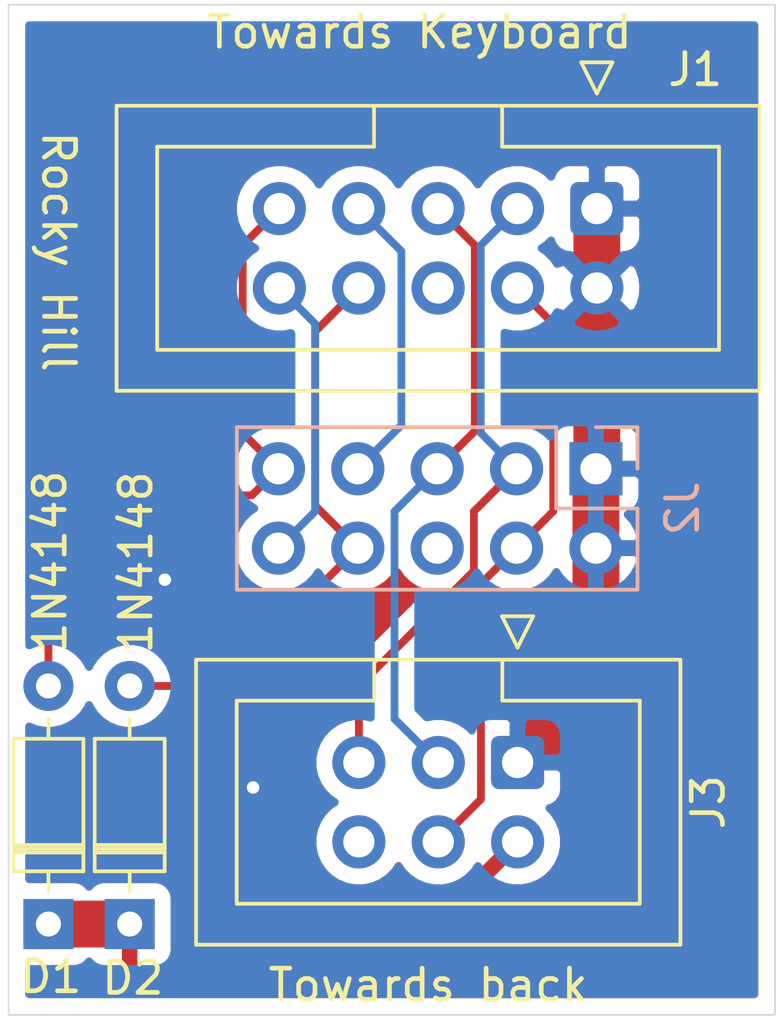
<source format=kicad_pcb>
(kicad_pcb (version 20171130) (host pcbnew 5.1.5+dfsg1-2build2)

  (general
    (thickness 1.6)
    (drawings 7)
    (tracks 60)
    (zones 0)
    (modules 5)
    (nets 10)
  )

  (page USLetter)
  (layers
    (0 F.Cu signal)
    (31 B.Cu signal)
    (32 B.Adhes user)
    (33 F.Adhes user)
    (34 B.Paste user)
    (35 F.Paste user)
    (36 B.SilkS user)
    (37 F.SilkS user)
    (38 B.Mask user)
    (39 F.Mask user)
    (40 Dwgs.User user)
    (41 Cmts.User user)
    (42 Eco1.User user)
    (43 Eco2.User user)
    (44 Edge.Cuts user)
    (45 Margin user)
    (46 B.CrtYd user)
    (47 F.CrtYd user)
    (48 B.Fab user)
    (49 F.Fab user)
  )

  (setup
    (last_trace_width 0.25)
    (user_trace_width 0.5)
    (user_trace_width 1.5)
    (trace_clearance 0.2)
    (zone_clearance 0.508)
    (zone_45_only no)
    (trace_min 0.2)
    (via_size 0.8)
    (via_drill 0.4)
    (via_min_size 0.4)
    (via_min_drill 0.3)
    (uvia_size 0.3)
    (uvia_drill 0.1)
    (uvias_allowed no)
    (uvia_min_size 0.2)
    (uvia_min_drill 0.1)
    (edge_width 0.05)
    (segment_width 0.2)
    (pcb_text_width 0.3)
    (pcb_text_size 1.5 1.5)
    (mod_edge_width 0.12)
    (mod_text_size 1 1)
    (mod_text_width 0.15)
    (pad_size 1.524 1.524)
    (pad_drill 0.762)
    (pad_to_mask_clearance 0.051)
    (solder_mask_min_width 0.25)
    (aux_axis_origin 0 0)
    (visible_elements FFFFFF7F)
    (pcbplotparams
      (layerselection 0x010fc_ffffffff)
      (usegerberextensions false)
      (usegerberattributes false)
      (usegerberadvancedattributes false)
      (creategerberjobfile false)
      (excludeedgelayer true)
      (linewidth 0.100000)
      (plotframeref false)
      (viasonmask false)
      (mode 1)
      (useauxorigin false)
      (hpglpennumber 1)
      (hpglpenspeed 20)
      (hpglpendiameter 15.000000)
      (psnegative false)
      (psa4output false)
      (plotreference true)
      (plotvalue true)
      (plotinvisibletext false)
      (padsonsilk false)
      (subtractmaskfromsilk false)
      (outputformat 1)
      (mirror false)
      (drillshape 0)
      (scaleselection 1)
      (outputdirectory "gerber/"))
  )

  (net 0 "")
  (net 1 /VSYNC)
  (net 2 /ASYNC)
  (net 3 /HSYNC)
  (net 4 GND)
  (net 5 /RED)
  (net 6 /BLUE)
  (net 7 /SOUND)
  (net 8 /GREEN)
  (net 9 /RGB_OUT_10)

  (net_class Default "This is the default net class."
    (clearance 0.2)
    (trace_width 0.25)
    (via_dia 0.8)
    (via_drill 0.4)
    (uvia_dia 0.3)
    (uvia_drill 0.1)
    (add_net /ASYNC)
    (add_net /BLUE)
    (add_net /GREEN)
    (add_net /HSYNC)
    (add_net /RED)
    (add_net /RGB_OUT_10)
    (add_net /SOUND)
    (add_net /VSYNC)
    (add_net GND)
  )

  (module Diode_THT:D_DO-35_SOD27_P7.62mm_Horizontal (layer F.Cu) (tedit 5AE50CD5) (tstamp 622E7323)
    (at 123.35 145.32 90)
    (descr "Diode, DO-35_SOD27 series, Axial, Horizontal, pin pitch=7.62mm, , length*diameter=4*2mm^2, , http://www.diodes.com/_files/packages/DO-35.pdf")
    (tags "Diode DO-35_SOD27 series Axial Horizontal pin pitch 7.62mm  length 4mm diameter 2mm")
    (path /623009A4)
    (fp_text reference D1 (at -1.68 0.075 180) (layer F.SilkS)
      (effects (font (size 1 1) (thickness 0.15)))
    )
    (fp_text value 1N4148 (at 11.6 0.05 90) (layer F.SilkS)
      (effects (font (size 1 1) (thickness 0.15)))
    )
    (fp_text user K (at 0 -1.8 90) (layer F.SilkS) hide
      (effects (font (size 1 1) (thickness 0.15)))
    )
    (fp_text user %R (at 4.11 0 90) (layer F.Fab)
      (effects (font (size 0.8 0.8) (thickness 0.12)))
    )
    (fp_line (start 8.67 -1.25) (end -1.05 -1.25) (layer F.CrtYd) (width 0.05))
    (fp_line (start 8.67 1.25) (end 8.67 -1.25) (layer F.CrtYd) (width 0.05))
    (fp_line (start -1.05 1.25) (end 8.67 1.25) (layer F.CrtYd) (width 0.05))
    (fp_line (start -1.05 -1.25) (end -1.05 1.25) (layer F.CrtYd) (width 0.05))
    (fp_line (start 2.29 -1.12) (end 2.29 1.12) (layer F.SilkS) (width 0.12))
    (fp_line (start 2.53 -1.12) (end 2.53 1.12) (layer F.SilkS) (width 0.12))
    (fp_line (start 2.41 -1.12) (end 2.41 1.12) (layer F.SilkS) (width 0.12))
    (fp_line (start 6.58 0) (end 5.93 0) (layer F.SilkS) (width 0.12))
    (fp_line (start 1.04 0) (end 1.69 0) (layer F.SilkS) (width 0.12))
    (fp_line (start 5.93 -1.12) (end 1.69 -1.12) (layer F.SilkS) (width 0.12))
    (fp_line (start 5.93 1.12) (end 5.93 -1.12) (layer F.SilkS) (width 0.12))
    (fp_line (start 1.69 1.12) (end 5.93 1.12) (layer F.SilkS) (width 0.12))
    (fp_line (start 1.69 -1.12) (end 1.69 1.12) (layer F.SilkS) (width 0.12))
    (fp_line (start 2.31 -1) (end 2.31 1) (layer F.Fab) (width 0.1))
    (fp_line (start 2.51 -1) (end 2.51 1) (layer F.Fab) (width 0.1))
    (fp_line (start 2.41 -1) (end 2.41 1) (layer F.Fab) (width 0.1))
    (fp_line (start 7.62 0) (end 5.81 0) (layer F.Fab) (width 0.1))
    (fp_line (start 0 0) (end 1.81 0) (layer F.Fab) (width 0.1))
    (fp_line (start 5.81 -1) (end 1.81 -1) (layer F.Fab) (width 0.1))
    (fp_line (start 5.81 1) (end 5.81 -1) (layer F.Fab) (width 0.1))
    (fp_line (start 1.81 1) (end 5.81 1) (layer F.Fab) (width 0.1))
    (fp_line (start 1.81 -1) (end 1.81 1) (layer F.Fab) (width 0.1))
    (pad 2 thru_hole oval (at 7.62 0 90) (size 1.6 1.6) (drill 0.8) (layers *.Cu *.Mask)
      (net 1 /VSYNC))
    (pad 1 thru_hole rect (at 0 0 90) (size 1.6 1.6) (drill 0.8) (layers *.Cu *.Mask)
      (net 2 /ASYNC))
    (model ${KISYS3DMOD}/Diode_THT.3dshapes/D_DO-35_SOD27_P7.62mm_Horizontal.wrl
      (at (xyz 0 0 0))
      (scale (xyz 1 1 1))
      (rotate (xyz 0 0 0))
    )
  )

  (module Diode_THT:D_DO-35_SOD27_P7.62mm_Horizontal (layer F.Cu) (tedit 5AE50CD5) (tstamp 622E7342)
    (at 125.95 145.32 90)
    (descr "Diode, DO-35_SOD27 series, Axial, Horizontal, pin pitch=7.62mm, , length*diameter=4*2mm^2, , http://www.diodes.com/_files/packages/DO-35.pdf")
    (tags "Diode DO-35_SOD27 series Axial Horizontal pin pitch 7.62mm  length 4mm diameter 2mm")
    (path /622FE1B0)
    (fp_text reference D2 (at -1.73 0.1 180) (layer F.SilkS)
      (effects (font (size 1 1) (thickness 0.15)))
    )
    (fp_text value 1N4148 (at 11.575 0.2 90) (layer F.SilkS)
      (effects (font (size 1 1) (thickness 0.15)))
    )
    (fp_line (start 1.81 -1) (end 1.81 1) (layer F.Fab) (width 0.1))
    (fp_line (start 1.81 1) (end 5.81 1) (layer F.Fab) (width 0.1))
    (fp_line (start 5.81 1) (end 5.81 -1) (layer F.Fab) (width 0.1))
    (fp_line (start 5.81 -1) (end 1.81 -1) (layer F.Fab) (width 0.1))
    (fp_line (start 0 0) (end 1.81 0) (layer F.Fab) (width 0.1))
    (fp_line (start 7.62 0) (end 5.81 0) (layer F.Fab) (width 0.1))
    (fp_line (start 2.41 -1) (end 2.41 1) (layer F.Fab) (width 0.1))
    (fp_line (start 2.51 -1) (end 2.51 1) (layer F.Fab) (width 0.1))
    (fp_line (start 2.31 -1) (end 2.31 1) (layer F.Fab) (width 0.1))
    (fp_line (start 1.69 -1.12) (end 1.69 1.12) (layer F.SilkS) (width 0.12))
    (fp_line (start 1.69 1.12) (end 5.93 1.12) (layer F.SilkS) (width 0.12))
    (fp_line (start 5.93 1.12) (end 5.93 -1.12) (layer F.SilkS) (width 0.12))
    (fp_line (start 5.93 -1.12) (end 1.69 -1.12) (layer F.SilkS) (width 0.12))
    (fp_line (start 1.04 0) (end 1.69 0) (layer F.SilkS) (width 0.12))
    (fp_line (start 6.58 0) (end 5.93 0) (layer F.SilkS) (width 0.12))
    (fp_line (start 2.41 -1.12) (end 2.41 1.12) (layer F.SilkS) (width 0.12))
    (fp_line (start 2.53 -1.12) (end 2.53 1.12) (layer F.SilkS) (width 0.12))
    (fp_line (start 2.29 -1.12) (end 2.29 1.12) (layer F.SilkS) (width 0.12))
    (fp_line (start -1.05 -1.25) (end -1.05 1.25) (layer F.CrtYd) (width 0.05))
    (fp_line (start -1.05 1.25) (end 8.67 1.25) (layer F.CrtYd) (width 0.05))
    (fp_line (start 8.67 1.25) (end 8.67 -1.25) (layer F.CrtYd) (width 0.05))
    (fp_line (start 8.67 -1.25) (end -1.05 -1.25) (layer F.CrtYd) (width 0.05))
    (fp_text user %R (at 4.11 0 90) (layer F.Fab)
      (effects (font (size 0.8 0.8) (thickness 0.12)))
    )
    (pad 1 thru_hole rect (at 0 0 90) (size 1.6 1.6) (drill 0.8) (layers *.Cu *.Mask)
      (net 2 /ASYNC))
    (pad 2 thru_hole oval (at 7.62 0 90) (size 1.6 1.6) (drill 0.8) (layers *.Cu *.Mask)
      (net 3 /HSYNC))
    (model ${KISYS3DMOD}/Diode_THT.3dshapes/D_DO-35_SOD27_P7.62mm_Horizontal.wrl
      (at (xyz 0 0 0))
      (scale (xyz 1 1 1))
      (rotate (xyz 0 0 0))
    )
  )

  (module Connector_IDC:IDC-Header_2x05_P2.54mm_Vertical (layer F.Cu) (tedit 5EAC9A07) (tstamp 622E7371)
    (at 140.9 122.425 270)
    (descr "Through hole IDC box header, 2x05, 2.54mm pitch, DIN 41651 / IEC 60603-13, double rows, https://docs.google.com/spreadsheets/d/16SsEcesNF15N3Lb4niX7dcUr-NY5_MFPQhobNuNppn4/edit#gid=0")
    (tags "Through hole vertical IDC box header THT 2x05 2.54mm double row")
    (path /622FB488)
    (fp_text reference J1 (at -4.45 -3.15 180) (layer F.SilkS)
      (effects (font (size 1 1) (thickness 0.15)))
    )
    (fp_text value Conn_02x05_Odd_Even (at 1.27 16.26 90) (layer F.Fab) hide
      (effects (font (size 1 1) (thickness 0.15)))
    )
    (fp_line (start -3.18 -4.1) (end -2.18 -5.1) (layer F.Fab) (width 0.1))
    (fp_line (start -2.18 -5.1) (end 5.72 -5.1) (layer F.Fab) (width 0.1))
    (fp_line (start 5.72 -5.1) (end 5.72 15.26) (layer F.Fab) (width 0.1))
    (fp_line (start 5.72 15.26) (end -3.18 15.26) (layer F.Fab) (width 0.1))
    (fp_line (start -3.18 15.26) (end -3.18 -4.1) (layer F.Fab) (width 0.1))
    (fp_line (start -3.18 3.03) (end -1.98 3.03) (layer F.Fab) (width 0.1))
    (fp_line (start -1.98 3.03) (end -1.98 -3.91) (layer F.Fab) (width 0.1))
    (fp_line (start -1.98 -3.91) (end 4.52 -3.91) (layer F.Fab) (width 0.1))
    (fp_line (start 4.52 -3.91) (end 4.52 14.07) (layer F.Fab) (width 0.1))
    (fp_line (start 4.52 14.07) (end -1.98 14.07) (layer F.Fab) (width 0.1))
    (fp_line (start -1.98 14.07) (end -1.98 7.13) (layer F.Fab) (width 0.1))
    (fp_line (start -1.98 7.13) (end -1.98 7.13) (layer F.Fab) (width 0.1))
    (fp_line (start -1.98 7.13) (end -3.18 7.13) (layer F.Fab) (width 0.1))
    (fp_line (start -3.29 -5.21) (end 5.83 -5.21) (layer F.SilkS) (width 0.12))
    (fp_line (start 5.83 -5.21) (end 5.83 15.37) (layer F.SilkS) (width 0.12))
    (fp_line (start 5.83 15.37) (end -3.29 15.37) (layer F.SilkS) (width 0.12))
    (fp_line (start -3.29 15.37) (end -3.29 -5.21) (layer F.SilkS) (width 0.12))
    (fp_line (start -3.29 3.03) (end -1.98 3.03) (layer F.SilkS) (width 0.12))
    (fp_line (start -1.98 3.03) (end -1.98 -3.91) (layer F.SilkS) (width 0.12))
    (fp_line (start -1.98 -3.91) (end 4.52 -3.91) (layer F.SilkS) (width 0.12))
    (fp_line (start 4.52 -3.91) (end 4.52 14.07) (layer F.SilkS) (width 0.12))
    (fp_line (start 4.52 14.07) (end -1.98 14.07) (layer F.SilkS) (width 0.12))
    (fp_line (start -1.98 14.07) (end -1.98 7.13) (layer F.SilkS) (width 0.12))
    (fp_line (start -1.98 7.13) (end -1.98 7.13) (layer F.SilkS) (width 0.12))
    (fp_line (start -1.98 7.13) (end -3.29 7.13) (layer F.SilkS) (width 0.12))
    (fp_line (start -3.68 0) (end -4.68 -0.5) (layer F.SilkS) (width 0.12))
    (fp_line (start -4.68 -0.5) (end -4.68 0.5) (layer F.SilkS) (width 0.12))
    (fp_line (start -4.68 0.5) (end -3.68 0) (layer F.SilkS) (width 0.12))
    (fp_line (start -3.68 -5.6) (end -3.68 15.76) (layer F.CrtYd) (width 0.05))
    (fp_line (start -3.68 15.76) (end 6.22 15.76) (layer F.CrtYd) (width 0.05))
    (fp_line (start 6.22 15.76) (end 6.22 -5.6) (layer F.CrtYd) (width 0.05))
    (fp_line (start 6.22 -5.6) (end -3.68 -5.6) (layer F.CrtYd) (width 0.05))
    (fp_text user %R (at 1.27 5.08) (layer F.Fab)
      (effects (font (size 1 1) (thickness 0.15)))
    )
    (pad 1 thru_hole roundrect (at 0 0 270) (size 1.7 1.7) (drill 1) (layers *.Cu *.Mask) (roundrect_rratio 0.147059)
      (net 4 GND))
    (pad 3 thru_hole circle (at 0 2.54 270) (size 1.7 1.7) (drill 1) (layers *.Cu *.Mask)
      (net 5 /RED))
    (pad 5 thru_hole circle (at 0 5.08 270) (size 1.7 1.7) (drill 1) (layers *.Cu *.Mask)
      (net 6 /BLUE))
    (pad 7 thru_hole circle (at 0 7.62 270) (size 1.7 1.7) (drill 1) (layers *.Cu *.Mask)
      (net 7 /SOUND))
    (pad 9 thru_hole circle (at 0 10.16 270) (size 1.7 1.7) (drill 1) (layers *.Cu *.Mask)
      (net 1 /VSYNC))
    (pad 2 thru_hole circle (at 2.54 0 270) (size 1.7 1.7) (drill 1) (layers *.Cu *.Mask)
      (net 4 GND))
    (pad 4 thru_hole circle (at 2.54 2.54 270) (size 1.7 1.7) (drill 1) (layers *.Cu *.Mask)
      (net 8 /GREEN))
    (pad 6 thru_hole circle (at 2.54 5.08 270) (size 1.7 1.7) (drill 1) (layers *.Cu *.Mask))
    (pad 8 thru_hole circle (at 2.54 7.62 270) (size 1.7 1.7) (drill 1) (layers *.Cu *.Mask)
      (net 3 /HSYNC))
    (pad 10 thru_hole circle (at 2.54 10.16 270) (size 1.7 1.7) (drill 1) (layers *.Cu *.Mask)
      (net 9 /RGB_OUT_10))
    (model ${KISYS3DMOD}/Connector_IDC.3dshapes/IDC-Header_2x05_P2.54mm_Vertical.wrl
      (at (xyz 0 0 0))
      (scale (xyz 1 1 1))
      (rotate (xyz 0 0 0))
    )
  )

  (module Connector_PinSocket_2.54mm:PinSocket_2x05_P2.54mm_Vertical (layer B.Cu) (tedit 5A19A42B) (tstamp 622E7391)
    (at 140.87 130.75 90)
    (descr "Through hole straight socket strip, 2x05, 2.54mm pitch, double cols (from Kicad 4.0.7), script generated")
    (tags "Through hole socket strip THT 2x05 2.54mm double row")
    (path /6230028C)
    (fp_text reference J2 (at -1.27 2.77 90) (layer B.SilkS)
      (effects (font (size 1 1) (thickness 0.15)) (justify mirror))
    )
    (fp_text value Conn_02x05_Odd_Even (at -1.27 -12.93 90) (layer B.Fab) hide
      (effects (font (size 1 1) (thickness 0.15)) (justify mirror))
    )
    (fp_line (start -3.81 1.27) (end 0.27 1.27) (layer B.Fab) (width 0.1))
    (fp_line (start 0.27 1.27) (end 1.27 0.27) (layer B.Fab) (width 0.1))
    (fp_line (start 1.27 0.27) (end 1.27 -11.43) (layer B.Fab) (width 0.1))
    (fp_line (start 1.27 -11.43) (end -3.81 -11.43) (layer B.Fab) (width 0.1))
    (fp_line (start -3.81 -11.43) (end -3.81 1.27) (layer B.Fab) (width 0.1))
    (fp_line (start -3.87 1.33) (end -1.27 1.33) (layer B.SilkS) (width 0.12))
    (fp_line (start -3.87 1.33) (end -3.87 -11.49) (layer B.SilkS) (width 0.12))
    (fp_line (start -3.87 -11.49) (end 1.33 -11.49) (layer B.SilkS) (width 0.12))
    (fp_line (start 1.33 -1.27) (end 1.33 -11.49) (layer B.SilkS) (width 0.12))
    (fp_line (start -1.27 -1.27) (end 1.33 -1.27) (layer B.SilkS) (width 0.12))
    (fp_line (start -1.27 1.33) (end -1.27 -1.27) (layer B.SilkS) (width 0.12))
    (fp_line (start 1.33 1.33) (end 1.33 0) (layer B.SilkS) (width 0.12))
    (fp_line (start 0 1.33) (end 1.33 1.33) (layer B.SilkS) (width 0.12))
    (fp_line (start -4.34 1.8) (end 1.76 1.8) (layer B.CrtYd) (width 0.05))
    (fp_line (start 1.76 1.8) (end 1.76 -11.9) (layer B.CrtYd) (width 0.05))
    (fp_line (start 1.76 -11.9) (end -4.34 -11.9) (layer B.CrtYd) (width 0.05))
    (fp_line (start -4.34 -11.9) (end -4.34 1.8) (layer B.CrtYd) (width 0.05))
    (fp_text user %R (at -1.27 -5.08 180) (layer B.Fab)
      (effects (font (size 1 1) (thickness 0.15)) (justify mirror))
    )
    (pad 1 thru_hole rect (at 0 0 90) (size 1.7 1.7) (drill 1) (layers *.Cu *.Mask)
      (net 4 GND))
    (pad 2 thru_hole oval (at -2.54 0 90) (size 1.7 1.7) (drill 1) (layers *.Cu *.Mask)
      (net 4 GND))
    (pad 3 thru_hole oval (at 0 -2.54 90) (size 1.7 1.7) (drill 1) (layers *.Cu *.Mask)
      (net 5 /RED))
    (pad 4 thru_hole oval (at -2.54 -2.54 90) (size 1.7 1.7) (drill 1) (layers *.Cu *.Mask)
      (net 8 /GREEN))
    (pad 5 thru_hole oval (at 0 -5.08 90) (size 1.7 1.7) (drill 1) (layers *.Cu *.Mask)
      (net 6 /BLUE))
    (pad 6 thru_hole oval (at -2.54 -5.08 90) (size 1.7 1.7) (drill 1) (layers *.Cu *.Mask))
    (pad 7 thru_hole oval (at 0 -7.62 90) (size 1.7 1.7) (drill 1) (layers *.Cu *.Mask)
      (net 7 /SOUND))
    (pad 8 thru_hole oval (at -2.54 -7.62 90) (size 1.7 1.7) (drill 1) (layers *.Cu *.Mask)
      (net 3 /HSYNC))
    (pad 9 thru_hole oval (at 0 -10.16 90) (size 1.7 1.7) (drill 1) (layers *.Cu *.Mask)
      (net 1 /VSYNC))
    (pad 10 thru_hole oval (at -2.54 -10.16 90) (size 1.7 1.7) (drill 1) (layers *.Cu *.Mask)
      (net 9 /RGB_OUT_10))
    (model ${KISYS3DMOD}/Connector_PinSocket_2.54mm.3dshapes/PinSocket_2x05_P2.54mm_Vertical.wrl
      (at (xyz 0 0 0))
      (scale (xyz 1 1 1))
      (rotate (xyz 0 0 0))
    )
  )

  (module Connector_IDC:IDC-Header_2x03_P2.54mm_Vertical (layer F.Cu) (tedit 5EAC9A07) (tstamp 622E73BC)
    (at 138.365 140.15 270)
    (descr "Through hole IDC box header, 2x03, 2.54mm pitch, DIN 41651 / IEC 60603-13, double rows, https://docs.google.com/spreadsheets/d/16SsEcesNF15N3Lb4niX7dcUr-NY5_MFPQhobNuNppn4/edit#gid=0")
    (tags "Through hole vertical IDC box header THT 2x03 2.54mm double row")
    (path /62302086)
    (fp_text reference J3 (at 1.27 -6.1 90) (layer F.SilkS)
      (effects (font (size 1 1) (thickness 0.15)))
    )
    (fp_text value Conn_02x03_Odd_Even (at 1.27 11.18 90) (layer F.Fab) hide
      (effects (font (size 1 1) (thickness 0.15)))
    )
    (fp_line (start -3.18 -4.1) (end -2.18 -5.1) (layer F.Fab) (width 0.1))
    (fp_line (start -2.18 -5.1) (end 5.72 -5.1) (layer F.Fab) (width 0.1))
    (fp_line (start 5.72 -5.1) (end 5.72 10.18) (layer F.Fab) (width 0.1))
    (fp_line (start 5.72 10.18) (end -3.18 10.18) (layer F.Fab) (width 0.1))
    (fp_line (start -3.18 10.18) (end -3.18 -4.1) (layer F.Fab) (width 0.1))
    (fp_line (start -3.18 0.49) (end -1.98 0.49) (layer F.Fab) (width 0.1))
    (fp_line (start -1.98 0.49) (end -1.98 -3.91) (layer F.Fab) (width 0.1))
    (fp_line (start -1.98 -3.91) (end 4.52 -3.91) (layer F.Fab) (width 0.1))
    (fp_line (start 4.52 -3.91) (end 4.52 8.99) (layer F.Fab) (width 0.1))
    (fp_line (start 4.52 8.99) (end -1.98 8.99) (layer F.Fab) (width 0.1))
    (fp_line (start -1.98 8.99) (end -1.98 4.59) (layer F.Fab) (width 0.1))
    (fp_line (start -1.98 4.59) (end -1.98 4.59) (layer F.Fab) (width 0.1))
    (fp_line (start -1.98 4.59) (end -3.18 4.59) (layer F.Fab) (width 0.1))
    (fp_line (start -3.29 -5.21) (end 5.83 -5.21) (layer F.SilkS) (width 0.12))
    (fp_line (start 5.83 -5.21) (end 5.83 10.29) (layer F.SilkS) (width 0.12))
    (fp_line (start 5.83 10.29) (end -3.29 10.29) (layer F.SilkS) (width 0.12))
    (fp_line (start -3.29 10.29) (end -3.29 -5.21) (layer F.SilkS) (width 0.12))
    (fp_line (start -3.29 0.49) (end -1.98 0.49) (layer F.SilkS) (width 0.12))
    (fp_line (start -1.98 0.49) (end -1.98 -3.91) (layer F.SilkS) (width 0.12))
    (fp_line (start -1.98 -3.91) (end 4.52 -3.91) (layer F.SilkS) (width 0.12))
    (fp_line (start 4.52 -3.91) (end 4.52 8.99) (layer F.SilkS) (width 0.12))
    (fp_line (start 4.52 8.99) (end -1.98 8.99) (layer F.SilkS) (width 0.12))
    (fp_line (start -1.98 8.99) (end -1.98 4.59) (layer F.SilkS) (width 0.12))
    (fp_line (start -1.98 4.59) (end -1.98 4.59) (layer F.SilkS) (width 0.12))
    (fp_line (start -1.98 4.59) (end -3.29 4.59) (layer F.SilkS) (width 0.12))
    (fp_line (start -3.68 0) (end -4.68 -0.5) (layer F.SilkS) (width 0.12))
    (fp_line (start -4.68 -0.5) (end -4.68 0.5) (layer F.SilkS) (width 0.12))
    (fp_line (start -4.68 0.5) (end -3.68 0) (layer F.SilkS) (width 0.12))
    (fp_line (start -3.68 -5.6) (end -3.68 10.69) (layer F.CrtYd) (width 0.05))
    (fp_line (start -3.68 10.69) (end 6.22 10.69) (layer F.CrtYd) (width 0.05))
    (fp_line (start 6.22 10.69) (end 6.22 -5.6) (layer F.CrtYd) (width 0.05))
    (fp_line (start 6.22 -5.6) (end -3.68 -5.6) (layer F.CrtYd) (width 0.05))
    (fp_text user %R (at 1.27 2.54) (layer F.Fab)
      (effects (font (size 1 1) (thickness 0.15)))
    )
    (pad 1 thru_hole roundrect (at 0 0 270) (size 1.7 1.7) (drill 1) (layers *.Cu *.Mask) (roundrect_rratio 0.147059)
      (net 4 GND))
    (pad 3 thru_hole circle (at 0 2.54 270) (size 1.7 1.7) (drill 1) (layers *.Cu *.Mask)
      (net 6 /BLUE))
    (pad 5 thru_hole circle (at 0 5.08 270) (size 1.7 1.7) (drill 1) (layers *.Cu *.Mask)
      (net 5 /RED))
    (pad 2 thru_hole circle (at 2.54 0 270) (size 1.7 1.7) (drill 1) (layers *.Cu *.Mask)
      (net 2 /ASYNC))
    (pad 4 thru_hole circle (at 2.54 2.54 270) (size 1.7 1.7) (drill 1) (layers *.Cu *.Mask)
      (net 8 /GREEN))
    (pad 6 thru_hole circle (at 2.54 5.08 270) (size 1.7 1.7) (drill 1) (layers *.Cu *.Mask))
    (model ${KISYS3DMOD}/Connector_IDC.3dshapes/IDC-Header_2x03_P2.54mm_Vertical.wrl
      (at (xyz 0 0 0))
      (scale (xyz 1 1 1))
      (rotate (xyz 0 0 0))
    )
  )

  (gr_text "Rocky Hill" (at 123.675 123.8 270) (layer F.SilkS)
    (effects (font (size 1 1) (thickness 0.15)))
  )
  (gr_text "Towards back" (at 135.5 147.275) (layer F.SilkS)
    (effects (font (size 1 1) (thickness 0.15)))
  )
  (gr_text "Towards Keyboard" (at 135.225 116.775) (layer F.SilkS)
    (effects (font (size 1 1) (thickness 0.15)))
  )
  (gr_line (start 146.6 148.225) (end 146.6 115.9) (layer Edge.Cuts) (width 0.05) (tstamp 622E8026))
  (gr_line (start 122.075 148.225) (end 146.6 148.225) (layer Edge.Cuts) (width 0.05))
  (gr_line (start 122.075 115.9) (end 122.075 148.225) (layer Edge.Cuts) (width 0.05))
  (gr_line (start 146.6 115.9) (end 122.075 115.9) (layer Edge.Cuts) (width 0.05))

  (segment (start 129.860001 129.900001) (end 130.71 130.75) (width 0.25) (layer F.Cu) (net 1))
  (segment (start 129.564999 129.604999) (end 129.860001 129.900001) (width 0.25) (layer F.Cu) (net 1))
  (segment (start 129.564999 123.600001) (end 129.564999 129.604999) (width 0.25) (layer F.Cu) (net 1))
  (segment (start 130.74 122.425) (end 129.564999 123.600001) (width 0.25) (layer F.Cu) (net 1))
  (segment (start 129.860001 131.599999) (end 127.150001 131.599999) (width 0.25) (layer F.Cu) (net 1))
  (segment (start 130.71 130.75) (end 129.860001 131.599999) (width 0.25) (layer F.Cu) (net 1))
  (segment (start 123.35 135.4) (end 123.35 137.7) (width 0.25) (layer F.Cu) (net 1))
  (segment (start 127.150001 131.599999) (end 123.35 135.4) (width 0.25) (layer F.Cu) (net 1))
  (segment (start 123.35 145.32) (end 125.95 145.32) (width 1.5) (layer F.Cu) (net 2))
  (segment (start 125.95 146.65) (end 126.225 146.925) (width 0.5) (layer F.Cu) (net 2))
  (segment (start 125.95 145.32) (end 125.95 146.65) (width 0.5) (layer F.Cu) (net 2))
  (segment (start 134.13 146.925) (end 138.365 142.69) (width 0.5) (layer F.Cu) (net 2))
  (segment (start 126.225 146.925) (end 134.13 146.925) (width 0.5) (layer F.Cu) (net 2))
  (segment (start 132.400001 132.440001) (end 133.25 133.29) (width 0.25) (layer F.Cu) (net 3))
  (segment (start 131.885001 131.925001) (end 132.400001 132.440001) (width 0.25) (layer F.Cu) (net 3))
  (segment (start 131.885001 126.359999) (end 131.885001 131.925001) (width 0.25) (layer F.Cu) (net 3))
  (segment (start 133.28 124.965) (end 131.885001 126.359999) (width 0.25) (layer F.Cu) (net 3))
  (segment (start 128.84 137.7) (end 125.95 137.7) (width 0.25) (layer F.Cu) (net 3))
  (segment (start 133.25 133.29) (end 128.84 137.7) (width 0.25) (layer F.Cu) (net 3))
  (segment (start 140.9 122.425) (end 140.9 124.965) (width 1.5) (layer F.Cu) (net 4))
  (segment (start 140.9 130.72) (end 140.87 130.75) (width 1.5) (layer F.Cu) (net 4))
  (segment (start 140.9 124.965) (end 140.9 130.72) (width 1.5) (layer F.Cu) (net 4))
  (segment (start 140.87 130.75) (end 140.87 133.29) (width 1.5) (layer F.Cu) (net 4))
  (segment (start 140.87 137.645) (end 138.365 140.15) (width 1.5) (layer F.Cu) (net 4))
  (segment (start 140.87 133.29) (end 140.87 137.645) (width 1.5) (layer F.Cu) (net 4))
  (via (at 129.9 140.95) (size 0.8) (drill 0.4) (layers F.Cu B.Cu) (net 4))
  (via (at 127.075 134.3) (size 0.8) (drill 0.4) (layers F.Cu B.Cu) (net 4))
  (segment (start 137.480001 129.900001) (end 138.33 130.75) (width 0.25) (layer B.Cu) (net 5))
  (segment (start 137.184999 129.604999) (end 137.480001 129.900001) (width 0.25) (layer B.Cu) (net 5))
  (segment (start 137.184999 123.600001) (end 137.184999 129.604999) (width 0.25) (layer B.Cu) (net 5))
  (segment (start 138.36 122.425) (end 137.184999 123.600001) (width 0.25) (layer B.Cu) (net 5))
  (segment (start 133.285 138.947919) (end 133.285 140.15) (width 0.25) (layer F.Cu) (net 5))
  (segment (start 133.285 137.69859) (end 133.285 138.947919) (width 0.25) (layer F.Cu) (net 5))
  (segment (start 136.965001 134.018589) (end 133.285 137.69859) (width 0.25) (layer F.Cu) (net 5))
  (segment (start 136.965001 132.114999) (end 136.965001 134.018589) (width 0.25) (layer F.Cu) (net 5))
  (segment (start 138.33 130.75) (end 136.965001 132.114999) (width 0.25) (layer F.Cu) (net 5))
  (segment (start 136.639999 129.900001) (end 135.79 130.75) (width 0.25) (layer F.Cu) (net 6))
  (segment (start 136.995001 129.544999) (end 136.639999 129.900001) (width 0.25) (layer F.Cu) (net 6))
  (segment (start 136.995001 123.600001) (end 136.995001 129.544999) (width 0.25) (layer F.Cu) (net 6))
  (segment (start 135.82 122.425) (end 136.995001 123.600001) (width 0.25) (layer F.Cu) (net 6))
  (segment (start 134.425001 138.750001) (end 134.975001 139.300001) (width 0.25) (layer B.Cu) (net 6))
  (segment (start 134.425001 132.114999) (end 134.425001 138.750001) (width 0.25) (layer B.Cu) (net 6))
  (segment (start 134.975001 139.300001) (end 135.825 140.15) (width 0.25) (layer B.Cu) (net 6))
  (segment (start 135.79 130.75) (end 134.425001 132.114999) (width 0.25) (layer B.Cu) (net 6))
  (segment (start 134.099999 129.900001) (end 133.25 130.75) (width 0.25) (layer B.Cu) (net 7))
  (segment (start 134.644999 129.355001) (end 134.099999 129.900001) (width 0.25) (layer B.Cu) (net 7))
  (segment (start 134.644999 123.789999) (end 134.644999 129.355001) (width 0.25) (layer B.Cu) (net 7))
  (segment (start 133.28 122.425) (end 134.644999 123.789999) (width 0.25) (layer B.Cu) (net 7))
  (segment (start 139.179999 132.440001) (end 138.33 133.29) (width 0.25) (layer F.Cu) (net 8))
  (segment (start 139.505001 132.114999) (end 139.179999 132.440001) (width 0.25) (layer F.Cu) (net 8))
  (segment (start 139.505001 126.110001) (end 139.505001 132.114999) (width 0.25) (layer F.Cu) (net 8))
  (segment (start 138.36 124.965) (end 139.505001 126.110001) (width 0.25) (layer F.Cu) (net 8))
  (segment (start 136.674999 141.840001) (end 135.825 142.69) (width 0.25) (layer F.Cu) (net 8))
  (segment (start 137.18999 141.32501) (end 136.674999 141.840001) (width 0.25) (layer F.Cu) (net 8))
  (segment (start 137.18999 134.43001) (end 137.18999 141.32501) (width 0.25) (layer F.Cu) (net 8))
  (segment (start 138.33 133.29) (end 137.18999 134.43001) (width 0.25) (layer F.Cu) (net 8))
  (segment (start 131.559999 132.440001) (end 130.71 133.29) (width 0.25) (layer B.Cu) (net 9))
  (segment (start 131.885001 132.114999) (end 131.559999 132.440001) (width 0.25) (layer B.Cu) (net 9))
  (segment (start 131.885001 126.110001) (end 131.885001 132.114999) (width 0.25) (layer B.Cu) (net 9))
  (segment (start 130.74 124.965) (end 131.885001 126.110001) (width 0.25) (layer B.Cu) (net 9))

  (zone (net 4) (net_name GND) (layer F.Cu) (tstamp 622E978F) (hatch edge 0.508)
    (connect_pads (clearance 0.508))
    (min_thickness 0.254)
    (fill yes (arc_segments 32) (thermal_gap 0.508) (thermal_bridge_width 0.508))
    (polygon
      (pts
        (xy 146.7 148.35) (xy 121.9 148.35) (xy 122.025 115.85) (xy 146.7 115.825)
      )
    )
    (filled_polygon
      (pts
        (xy 145.94 147.565) (xy 134.745191 147.565) (xy 134.758817 147.553817) (xy 134.786534 147.520044) (xy 138.14604 144.160539)
        (xy 138.21874 144.175) (xy 138.51126 144.175) (xy 138.798158 144.117932) (xy 139.068411 144.00599) (xy 139.311632 143.843475)
        (xy 139.518475 143.636632) (xy 139.68099 143.393411) (xy 139.792932 143.123158) (xy 139.85 142.83626) (xy 139.85 142.54374)
        (xy 139.792932 142.256842) (xy 139.68099 141.986589) (xy 139.518475 141.743368) (xy 139.38662 141.611513) (xy 139.45918 141.589502)
        (xy 139.569494 141.530537) (xy 139.666185 141.451185) (xy 139.745537 141.354494) (xy 139.804502 141.24418) (xy 139.840812 141.124482)
        (xy 139.853072 141) (xy 139.85 140.43575) (xy 139.69125 140.277) (xy 138.492 140.277) (xy 138.492 140.297)
        (xy 138.238 140.297) (xy 138.238 140.277) (xy 138.218 140.277) (xy 138.218 140.023) (xy 138.238 140.023)
        (xy 138.238 138.82375) (xy 138.492 138.82375) (xy 138.492 140.023) (xy 139.69125 140.023) (xy 139.85 139.86425)
        (xy 139.853072 139.3) (xy 139.840812 139.175518) (xy 139.804502 139.05582) (xy 139.745537 138.945506) (xy 139.666185 138.848815)
        (xy 139.569494 138.769463) (xy 139.45918 138.710498) (xy 139.339482 138.674188) (xy 139.215 138.661928) (xy 138.65075 138.665)
        (xy 138.492 138.82375) (xy 138.238 138.82375) (xy 138.07925 138.665) (xy 137.94999 138.664296) (xy 137.94999 134.744811)
        (xy 137.963592 134.731209) (xy 138.18374 134.775) (xy 138.47626 134.775) (xy 138.763158 134.717932) (xy 139.033411 134.60599)
        (xy 139.276632 134.443475) (xy 139.483475 134.236632) (xy 139.605195 134.054466) (xy 139.674822 134.171355) (xy 139.869731 134.387588)
        (xy 140.10308 134.561641) (xy 140.365901 134.686825) (xy 140.51311 134.731476) (xy 140.743 134.610155) (xy 140.743 133.417)
        (xy 140.997 133.417) (xy 140.997 134.610155) (xy 141.22689 134.731476) (xy 141.374099 134.686825) (xy 141.63692 134.561641)
        (xy 141.870269 134.387588) (xy 142.065178 134.171355) (xy 142.214157 133.921252) (xy 142.311481 133.646891) (xy 142.190814 133.417)
        (xy 140.997 133.417) (xy 140.743 133.417) (xy 140.723 133.417) (xy 140.723 133.163) (xy 140.743 133.163)
        (xy 140.743 130.877) (xy 140.997 130.877) (xy 140.997 133.163) (xy 142.190814 133.163) (xy 142.311481 132.933109)
        (xy 142.214157 132.658748) (xy 142.065178 132.408645) (xy 141.888374 132.212498) (xy 141.96418 132.189502) (xy 142.074494 132.130537)
        (xy 142.171185 132.051185) (xy 142.250537 131.954494) (xy 142.309502 131.84418) (xy 142.345812 131.724482) (xy 142.358072 131.6)
        (xy 142.355 131.03575) (xy 142.19625 130.877) (xy 140.997 130.877) (xy 140.743 130.877) (xy 140.723 130.877)
        (xy 140.723 130.623) (xy 140.743 130.623) (xy 140.743 129.42375) (xy 140.997 129.42375) (xy 140.997 130.623)
        (xy 142.19625 130.623) (xy 142.355 130.46425) (xy 142.358072 129.9) (xy 142.345812 129.775518) (xy 142.309502 129.65582)
        (xy 142.250537 129.545506) (xy 142.171185 129.448815) (xy 142.074494 129.369463) (xy 141.96418 129.310498) (xy 141.844482 129.274188)
        (xy 141.72 129.261928) (xy 141.15575 129.265) (xy 140.997 129.42375) (xy 140.743 129.42375) (xy 140.58425 129.265)
        (xy 140.265001 129.263262) (xy 140.265001 126.307395) (xy 140.392883 126.368371) (xy 140.676411 126.440339) (xy 140.968531 126.455611)
        (xy 141.258019 126.413599) (xy 141.533747 126.315919) (xy 141.671157 126.242472) (xy 141.748792 125.993397) (xy 140.9 125.144605)
        (xy 140.885858 125.158748) (xy 140.706253 124.979143) (xy 140.720395 124.965) (xy 141.079605 124.965) (xy 141.928397 125.813792)
        (xy 142.177472 125.736157) (xy 142.303371 125.472117) (xy 142.375339 125.188589) (xy 142.390611 124.896469) (xy 142.348599 124.606981)
        (xy 142.250919 124.331253) (xy 142.177472 124.193843) (xy 141.928397 124.116208) (xy 141.079605 124.965) (xy 140.720395 124.965)
        (xy 139.871603 124.116208) (xy 139.629311 124.191729) (xy 139.513475 124.018368) (xy 139.306632 123.811525) (xy 139.13224 123.695)
        (xy 139.306632 123.578475) (xy 139.438487 123.44662) (xy 139.460498 123.51918) (xy 139.519463 123.629494) (xy 139.598815 123.726185)
        (xy 139.695506 123.805537) (xy 139.80582 123.864502) (xy 139.925518 123.900812) (xy 140.05 123.913072) (xy 140.058557 123.913025)
        (xy 140.051208 123.936603) (xy 140.9 124.785395) (xy 141.748792 123.936603) (xy 141.741443 123.913025) (xy 141.75 123.913072)
        (xy 141.874482 123.900812) (xy 141.99418 123.864502) (xy 142.104494 123.805537) (xy 142.201185 123.726185) (xy 142.280537 123.629494)
        (xy 142.339502 123.51918) (xy 142.375812 123.399482) (xy 142.388072 123.275) (xy 142.385 122.71075) (xy 142.22625 122.552)
        (xy 141.027 122.552) (xy 141.027 122.572) (xy 140.773 122.572) (xy 140.773 122.552) (xy 140.753 122.552)
        (xy 140.753 122.298) (xy 140.773 122.298) (xy 140.773 121.09875) (xy 141.027 121.09875) (xy 141.027 122.298)
        (xy 142.22625 122.298) (xy 142.385 122.13925) (xy 142.388072 121.575) (xy 142.375812 121.450518) (xy 142.339502 121.33082)
        (xy 142.280537 121.220506) (xy 142.201185 121.123815) (xy 142.104494 121.044463) (xy 141.99418 120.985498) (xy 141.874482 120.949188)
        (xy 141.75 120.936928) (xy 141.18575 120.94) (xy 141.027 121.09875) (xy 140.773 121.09875) (xy 140.61425 120.94)
        (xy 140.05 120.936928) (xy 139.925518 120.949188) (xy 139.80582 120.985498) (xy 139.695506 121.044463) (xy 139.598815 121.123815)
        (xy 139.519463 121.220506) (xy 139.460498 121.33082) (xy 139.438487 121.40338) (xy 139.306632 121.271525) (xy 139.063411 121.10901)
        (xy 138.793158 120.997068) (xy 138.50626 120.94) (xy 138.21374 120.94) (xy 137.926842 120.997068) (xy 137.656589 121.10901)
        (xy 137.413368 121.271525) (xy 137.206525 121.478368) (xy 137.09 121.65276) (xy 136.973475 121.478368) (xy 136.766632 121.271525)
        (xy 136.523411 121.10901) (xy 136.253158 120.997068) (xy 135.96626 120.94) (xy 135.67374 120.94) (xy 135.386842 120.997068)
        (xy 135.116589 121.10901) (xy 134.873368 121.271525) (xy 134.666525 121.478368) (xy 134.55 121.65276) (xy 134.433475 121.478368)
        (xy 134.226632 121.271525) (xy 133.983411 121.10901) (xy 133.713158 120.997068) (xy 133.42626 120.94) (xy 133.13374 120.94)
        (xy 132.846842 120.997068) (xy 132.576589 121.10901) (xy 132.333368 121.271525) (xy 132.126525 121.478368) (xy 132.01 121.65276)
        (xy 131.893475 121.478368) (xy 131.686632 121.271525) (xy 131.443411 121.10901) (xy 131.173158 120.997068) (xy 130.88626 120.94)
        (xy 130.59374 120.94) (xy 130.306842 120.997068) (xy 130.036589 121.10901) (xy 129.793368 121.271525) (xy 129.586525 121.478368)
        (xy 129.42401 121.721589) (xy 129.312068 121.991842) (xy 129.255 122.27874) (xy 129.255 122.57126) (xy 129.298791 122.791408)
        (xy 129.054002 123.036197) (xy 129.024998 123.06) (xy 128.96987 123.127175) (xy 128.930025 123.175725) (xy 128.876961 123.275)
        (xy 128.859453 123.307755) (xy 128.815996 123.451016) (xy 128.804999 123.562669) (xy 128.804999 123.562679) (xy 128.801323 123.600001)
        (xy 128.804999 123.637324) (xy 128.805 129.567667) (xy 128.801323 129.604999) (xy 128.805 129.642332) (xy 128.815705 129.751015)
        (xy 128.815997 129.753984) (xy 128.859453 129.897245) (xy 128.930025 130.029275) (xy 128.951959 130.056001) (xy 129.024999 130.145)
        (xy 129.053997 130.168798) (xy 129.268791 130.383592) (xy 129.225 130.60374) (xy 129.225 130.839999) (xy 127.187324 130.839999)
        (xy 127.150001 130.836323) (xy 127.112678 130.839999) (xy 127.112668 130.839999) (xy 127.001015 130.850996) (xy 126.857754 130.894453)
        (xy 126.725724 130.965025) (xy 126.642084 131.033667) (xy 126.61 131.059998) (xy 126.586202 131.088996) (xy 122.839003 134.836196)
        (xy 122.809999 134.859999) (xy 122.754871 134.927174) (xy 122.735 134.951386) (xy 122.735 116.56) (xy 145.940001 116.56)
      )
    )
    (filled_polygon
      (pts
        (xy 134.636525 134.236632) (xy 134.843368 134.443475) (xy 135.086589 134.60599) (xy 135.239472 134.669316) (xy 132.774003 137.134786)
        (xy 132.744999 137.158589) (xy 132.689871 137.225764) (xy 132.650026 137.274314) (xy 132.646225 137.281426) (xy 132.579454 137.406344)
        (xy 132.535997 137.549605) (xy 132.525 137.661258) (xy 132.525 137.661268) (xy 132.521324 137.69859) (xy 132.525 137.735913)
        (xy 132.525001 138.871821) (xy 132.338368 138.996525) (xy 132.131525 139.203368) (xy 131.96901 139.446589) (xy 131.857068 139.716842)
        (xy 131.8 140.00374) (xy 131.8 140.29626) (xy 131.857068 140.583158) (xy 131.96901 140.853411) (xy 132.131525 141.096632)
        (xy 132.338368 141.303475) (xy 132.51276 141.42) (xy 132.338368 141.536525) (xy 132.131525 141.743368) (xy 131.96901 141.986589)
        (xy 131.857068 142.256842) (xy 131.8 142.54374) (xy 131.8 142.83626) (xy 131.857068 143.123158) (xy 131.96901 143.393411)
        (xy 132.131525 143.636632) (xy 132.338368 143.843475) (xy 132.581589 144.00599) (xy 132.851842 144.117932) (xy 133.13874 144.175)
        (xy 133.43126 144.175) (xy 133.718158 144.117932) (xy 133.988411 144.00599) (xy 134.231632 143.843475) (xy 134.438475 143.636632)
        (xy 134.555 143.46224) (xy 134.671525 143.636632) (xy 134.878368 143.843475) (xy 135.121589 144.00599) (xy 135.391842 144.117932)
        (xy 135.63677 144.166652) (xy 133.763422 146.04) (xy 127.388072 146.04) (xy 127.388072 144.52) (xy 127.375812 144.395518)
        (xy 127.339502 144.27582) (xy 127.280537 144.165506) (xy 127.201185 144.068815) (xy 127.104494 143.989463) (xy 126.99418 143.930498)
        (xy 126.874482 143.894188) (xy 126.75 143.881928) (xy 125.15 143.881928) (xy 125.025518 143.894188) (xy 124.90582 143.930498)
        (xy 124.897397 143.935) (xy 124.402603 143.935) (xy 124.39418 143.930498) (xy 124.274482 143.894188) (xy 124.15 143.881928)
        (xy 122.735 143.881928) (xy 122.735 138.998491) (xy 122.931426 139.079853) (xy 123.208665 139.135) (xy 123.491335 139.135)
        (xy 123.768574 139.079853) (xy 124.029727 138.97168) (xy 124.264759 138.814637) (xy 124.464637 138.614759) (xy 124.62168 138.379727)
        (xy 124.65 138.311356) (xy 124.67832 138.379727) (xy 124.835363 138.614759) (xy 125.035241 138.814637) (xy 125.270273 138.97168)
        (xy 125.531426 139.079853) (xy 125.808665 139.135) (xy 126.091335 139.135) (xy 126.368574 139.079853) (xy 126.629727 138.97168)
        (xy 126.864759 138.814637) (xy 127.064637 138.614759) (xy 127.168043 138.46) (xy 128.802678 138.46) (xy 128.84 138.463676)
        (xy 128.877322 138.46) (xy 128.877333 138.46) (xy 128.988986 138.449003) (xy 129.132247 138.405546) (xy 129.264276 138.334974)
        (xy 129.380001 138.240001) (xy 129.403804 138.210997) (xy 132.883592 134.73121) (xy 133.10374 134.775) (xy 133.39626 134.775)
        (xy 133.683158 134.717932) (xy 133.953411 134.60599) (xy 134.196632 134.443475) (xy 134.403475 134.236632) (xy 134.52 134.06224)
      )
    )
    (filled_polygon
      (pts
        (xy 129.39401 132.586589) (xy 129.282068 132.856842) (xy 129.225 133.14374) (xy 129.225 133.43626) (xy 129.282068 133.723158)
        (xy 129.39401 133.993411) (xy 129.556525 134.236632) (xy 129.763368 134.443475) (xy 130.006589 134.60599) (xy 130.276842 134.717932)
        (xy 130.56374 134.775) (xy 130.690198 134.775) (xy 128.525199 136.94) (xy 127.168043 136.94) (xy 127.064637 136.785241)
        (xy 126.864759 136.585363) (xy 126.629727 136.42832) (xy 126.368574 136.320147) (xy 126.091335 136.265) (xy 125.808665 136.265)
        (xy 125.531426 136.320147) (xy 125.270273 136.42832) (xy 125.035241 136.585363) (xy 124.835363 136.785241) (xy 124.67832 137.020273)
        (xy 124.65 137.088644) (xy 124.62168 137.020273) (xy 124.464637 136.785241) (xy 124.264759 136.585363) (xy 124.11 136.481957)
        (xy 124.11 135.714801) (xy 127.464803 132.359999) (xy 129.545413 132.359999)
      )
    )
  )
  (zone (net 4) (net_name GND) (layer B.Cu) (tstamp 622E978C) (hatch edge 0.508)
    (connect_pads (clearance 0.508))
    (min_thickness 0.254)
    (fill yes (arc_segments 32) (thermal_gap 0.508) (thermal_bridge_width 0.508))
    (polygon
      (pts
        (xy 146.75 148.525) (xy 121.8 148.45) (xy 121.975 115.75) (xy 146.8 115.75)
      )
    )
    (filled_polygon
      (pts
        (xy 145.94 147.565) (xy 122.735 147.565) (xy 122.735 146.758072) (xy 124.15 146.758072) (xy 124.274482 146.745812)
        (xy 124.39418 146.709502) (xy 124.504494 146.650537) (xy 124.601185 146.571185) (xy 124.65 146.511704) (xy 124.698815 146.571185)
        (xy 124.795506 146.650537) (xy 124.90582 146.709502) (xy 125.025518 146.745812) (xy 125.15 146.758072) (xy 126.75 146.758072)
        (xy 126.874482 146.745812) (xy 126.99418 146.709502) (xy 127.104494 146.650537) (xy 127.201185 146.571185) (xy 127.280537 146.474494)
        (xy 127.339502 146.36418) (xy 127.375812 146.244482) (xy 127.388072 146.12) (xy 127.388072 144.52) (xy 127.375812 144.395518)
        (xy 127.339502 144.27582) (xy 127.280537 144.165506) (xy 127.201185 144.068815) (xy 127.104494 143.989463) (xy 126.99418 143.930498)
        (xy 126.874482 143.894188) (xy 126.75 143.881928) (xy 125.15 143.881928) (xy 125.025518 143.894188) (xy 124.90582 143.930498)
        (xy 124.795506 143.989463) (xy 124.698815 144.068815) (xy 124.65 144.128296) (xy 124.601185 144.068815) (xy 124.504494 143.989463)
        (xy 124.39418 143.930498) (xy 124.274482 143.894188) (xy 124.15 143.881928) (xy 122.735 143.881928) (xy 122.735 138.998491)
        (xy 122.931426 139.079853) (xy 123.208665 139.135) (xy 123.491335 139.135) (xy 123.768574 139.079853) (xy 124.029727 138.97168)
        (xy 124.264759 138.814637) (xy 124.464637 138.614759) (xy 124.62168 138.379727) (xy 124.65 138.311356) (xy 124.67832 138.379727)
        (xy 124.835363 138.614759) (xy 125.035241 138.814637) (xy 125.270273 138.97168) (xy 125.531426 139.079853) (xy 125.808665 139.135)
        (xy 126.091335 139.135) (xy 126.368574 139.079853) (xy 126.629727 138.97168) (xy 126.864759 138.814637) (xy 127.064637 138.614759)
        (xy 127.22168 138.379727) (xy 127.329853 138.118574) (xy 127.385 137.841335) (xy 127.385 137.558665) (xy 127.329853 137.281426)
        (xy 127.22168 137.020273) (xy 127.064637 136.785241) (xy 126.864759 136.585363) (xy 126.629727 136.42832) (xy 126.368574 136.320147)
        (xy 126.091335 136.265) (xy 125.808665 136.265) (xy 125.531426 136.320147) (xy 125.270273 136.42832) (xy 125.035241 136.585363)
        (xy 124.835363 136.785241) (xy 124.67832 137.020273) (xy 124.65 137.088644) (xy 124.62168 137.020273) (xy 124.464637 136.785241)
        (xy 124.264759 136.585363) (xy 124.029727 136.42832) (xy 123.768574 136.320147) (xy 123.491335 136.265) (xy 123.208665 136.265)
        (xy 122.931426 136.320147) (xy 122.735 136.401509) (xy 122.735 130.60374) (xy 129.225 130.60374) (xy 129.225 130.89626)
        (xy 129.282068 131.183158) (xy 129.39401 131.453411) (xy 129.556525 131.696632) (xy 129.763368 131.903475) (xy 129.93776 132.02)
        (xy 129.763368 132.136525) (xy 129.556525 132.343368) (xy 129.39401 132.586589) (xy 129.282068 132.856842) (xy 129.225 133.14374)
        (xy 129.225 133.43626) (xy 129.282068 133.723158) (xy 129.39401 133.993411) (xy 129.556525 134.236632) (xy 129.763368 134.443475)
        (xy 130.006589 134.60599) (xy 130.276842 134.717932) (xy 130.56374 134.775) (xy 130.85626 134.775) (xy 131.143158 134.717932)
        (xy 131.413411 134.60599) (xy 131.656632 134.443475) (xy 131.863475 134.236632) (xy 131.98 134.06224) (xy 132.096525 134.236632)
        (xy 132.303368 134.443475) (xy 132.546589 134.60599) (xy 132.816842 134.717932) (xy 133.10374 134.775) (xy 133.39626 134.775)
        (xy 133.665001 134.721544) (xy 133.665002 138.711495) (xy 133.43126 138.665) (xy 133.13874 138.665) (xy 132.851842 138.722068)
        (xy 132.581589 138.83401) (xy 132.338368 138.996525) (xy 132.131525 139.203368) (xy 131.96901 139.446589) (xy 131.857068 139.716842)
        (xy 131.8 140.00374) (xy 131.8 140.29626) (xy 131.857068 140.583158) (xy 131.96901 140.853411) (xy 132.131525 141.096632)
        (xy 132.338368 141.303475) (xy 132.51276 141.42) (xy 132.338368 141.536525) (xy 132.131525 141.743368) (xy 131.96901 141.986589)
        (xy 131.857068 142.256842) (xy 131.8 142.54374) (xy 131.8 142.83626) (xy 131.857068 143.123158) (xy 131.96901 143.393411)
        (xy 132.131525 143.636632) (xy 132.338368 143.843475) (xy 132.581589 144.00599) (xy 132.851842 144.117932) (xy 133.13874 144.175)
        (xy 133.43126 144.175) (xy 133.718158 144.117932) (xy 133.988411 144.00599) (xy 134.231632 143.843475) (xy 134.438475 143.636632)
        (xy 134.555 143.46224) (xy 134.671525 143.636632) (xy 134.878368 143.843475) (xy 135.121589 144.00599) (xy 135.391842 144.117932)
        (xy 135.67874 144.175) (xy 135.97126 144.175) (xy 136.258158 144.117932) (xy 136.528411 144.00599) (xy 136.771632 143.843475)
        (xy 136.978475 143.636632) (xy 137.095 143.46224) (xy 137.211525 143.636632) (xy 137.418368 143.843475) (xy 137.661589 144.00599)
        (xy 137.931842 144.117932) (xy 138.21874 144.175) (xy 138.51126 144.175) (xy 138.798158 144.117932) (xy 139.068411 144.00599)
        (xy 139.311632 143.843475) (xy 139.518475 143.636632) (xy 139.68099 143.393411) (xy 139.792932 143.123158) (xy 139.85 142.83626)
        (xy 139.85 142.54374) (xy 139.792932 142.256842) (xy 139.68099 141.986589) (xy 139.518475 141.743368) (xy 139.38662 141.611513)
        (xy 139.45918 141.589502) (xy 139.569494 141.530537) (xy 139.666185 141.451185) (xy 139.745537 141.354494) (xy 139.804502 141.24418)
        (xy 139.840812 141.124482) (xy 139.853072 141) (xy 139.85 140.43575) (xy 139.69125 140.277) (xy 138.492 140.277)
        (xy 138.492 140.297) (xy 138.238 140.297) (xy 138.238 140.277) (xy 138.218 140.277) (xy 138.218 140.023)
        (xy 138.238 140.023) (xy 138.238 138.82375) (xy 138.492 138.82375) (xy 138.492 140.023) (xy 139.69125 140.023)
        (xy 139.85 139.86425) (xy 139.853072 139.3) (xy 139.840812 139.175518) (xy 139.804502 139.05582) (xy 139.745537 138.945506)
        (xy 139.666185 138.848815) (xy 139.569494 138.769463) (xy 139.45918 138.710498) (xy 139.339482 138.674188) (xy 139.215 138.661928)
        (xy 138.65075 138.665) (xy 138.492 138.82375) (xy 138.238 138.82375) (xy 138.07925 138.665) (xy 137.515 138.661928)
        (xy 137.390518 138.674188) (xy 137.27082 138.710498) (xy 137.160506 138.769463) (xy 137.063815 138.848815) (xy 136.984463 138.945506)
        (xy 136.925498 139.05582) (xy 136.903487 139.12838) (xy 136.771632 138.996525) (xy 136.528411 138.83401) (xy 136.258158 138.722068)
        (xy 135.97126 138.665) (xy 135.67874 138.665) (xy 135.458593 138.70879) (xy 135.185001 138.435199) (xy 135.185001 134.646753)
        (xy 135.356842 134.717932) (xy 135.64374 134.775) (xy 135.93626 134.775) (xy 136.223158 134.717932) (xy 136.493411 134.60599)
        (xy 136.736632 134.443475) (xy 136.943475 134.236632) (xy 137.06 134.06224) (xy 137.176525 134.236632) (xy 137.383368 134.443475)
        (xy 137.626589 134.60599) (xy 137.896842 134.717932) (xy 138.18374 134.775) (xy 138.47626 134.775) (xy 138.763158 134.717932)
        (xy 139.033411 134.60599) (xy 139.276632 134.443475) (xy 139.483475 134.236632) (xy 139.605195 134.054466) (xy 139.674822 134.171355)
        (xy 139.869731 134.387588) (xy 140.10308 134.561641) (xy 140.365901 134.686825) (xy 140.51311 134.731476) (xy 140.743 134.610155)
        (xy 140.743 133.417) (xy 140.997 133.417) (xy 140.997 134.610155) (xy 141.22689 134.731476) (xy 141.374099 134.686825)
        (xy 141.63692 134.561641) (xy 141.870269 134.387588) (xy 142.065178 134.171355) (xy 142.214157 133.921252) (xy 142.311481 133.646891)
        (xy 142.190814 133.417) (xy 140.997 133.417) (xy 140.743 133.417) (xy 140.723 133.417) (xy 140.723 133.163)
        (xy 140.743 133.163) (xy 140.743 130.877) (xy 140.997 130.877) (xy 140.997 133.163) (xy 142.190814 133.163)
        (xy 142.311481 132.933109) (xy 142.214157 132.658748) (xy 142.065178 132.408645) (xy 141.888374 132.212498) (xy 141.96418 132.189502)
        (xy 142.074494 132.130537) (xy 142.171185 132.051185) (xy 142.250537 131.954494) (xy 142.309502 131.84418) (xy 142.345812 131.724482)
        (xy 142.358072 131.6) (xy 142.355 131.03575) (xy 142.19625 130.877) (xy 140.997 130.877) (xy 140.743 130.877)
        (xy 140.723 130.877) (xy 140.723 130.623) (xy 140.743 130.623) (xy 140.743 129.42375) (xy 140.997 129.42375)
        (xy 140.997 130.623) (xy 142.19625 130.623) (xy 142.355 130.46425) (xy 142.358072 129.9) (xy 142.345812 129.775518)
        (xy 142.309502 129.65582) (xy 142.250537 129.545506) (xy 142.171185 129.448815) (xy 142.074494 129.369463) (xy 141.96418 129.310498)
        (xy 141.844482 129.274188) (xy 141.72 129.261928) (xy 141.15575 129.265) (xy 140.997 129.42375) (xy 140.743 129.42375)
        (xy 140.58425 129.265) (xy 140.02 129.261928) (xy 139.895518 129.274188) (xy 139.77582 129.310498) (xy 139.665506 129.369463)
        (xy 139.568815 129.448815) (xy 139.489463 129.545506) (xy 139.430498 129.65582) (xy 139.408487 129.72838) (xy 139.276632 129.596525)
        (xy 139.033411 129.43401) (xy 138.763158 129.322068) (xy 138.47626 129.265) (xy 138.18374 129.265) (xy 137.963592 129.308791)
        (xy 137.944999 129.290198) (xy 137.944999 126.396544) (xy 138.21374 126.45) (xy 138.50626 126.45) (xy 138.793158 126.392932)
        (xy 139.063411 126.28099) (xy 139.306632 126.118475) (xy 139.43171 125.993397) (xy 140.051208 125.993397) (xy 140.128843 126.242472)
        (xy 140.392883 126.368371) (xy 140.676411 126.440339) (xy 140.968531 126.455611) (xy 141.258019 126.413599) (xy 141.533747 126.315919)
        (xy 141.671157 126.242472) (xy 141.748792 125.993397) (xy 140.9 125.144605) (xy 140.051208 125.993397) (xy 139.43171 125.993397)
        (xy 139.513475 125.911632) (xy 139.629311 125.738271) (xy 139.871603 125.813792) (xy 140.720395 124.965) (xy 141.079605 124.965)
        (xy 141.928397 125.813792) (xy 142.177472 125.736157) (xy 142.303371 125.472117) (xy 142.375339 125.188589) (xy 142.390611 124.896469)
        (xy 142.348599 124.606981) (xy 142.250919 124.331253) (xy 142.177472 124.193843) (xy 141.928397 124.116208) (xy 141.079605 124.965)
        (xy 140.720395 124.965) (xy 139.871603 124.116208) (xy 139.629311 124.191729) (xy 139.513475 124.018368) (xy 139.306632 123.811525)
        (xy 139.13224 123.695) (xy 139.306632 123.578475) (xy 139.438487 123.44662) (xy 139.460498 123.51918) (xy 139.519463 123.629494)
        (xy 139.598815 123.726185) (xy 139.695506 123.805537) (xy 139.80582 123.864502) (xy 139.925518 123.900812) (xy 140.05 123.913072)
        (xy 140.058557 123.913025) (xy 140.051208 123.936603) (xy 140.9 124.785395) (xy 141.748792 123.936603) (xy 141.741443 123.913025)
        (xy 141.75 123.913072) (xy 141.874482 123.900812) (xy 141.99418 123.864502) (xy 142.104494 123.805537) (xy 142.201185 123.726185)
        (xy 142.280537 123.629494) (xy 142.339502 123.51918) (xy 142.375812 123.399482) (xy 142.388072 123.275) (xy 142.385 122.71075)
        (xy 142.22625 122.552) (xy 141.027 122.552) (xy 141.027 122.572) (xy 140.773 122.572) (xy 140.773 122.552)
        (xy 140.753 122.552) (xy 140.753 122.298) (xy 140.773 122.298) (xy 140.773 121.09875) (xy 141.027 121.09875)
        (xy 141.027 122.298) (xy 142.22625 122.298) (xy 142.385 122.13925) (xy 142.388072 121.575) (xy 142.375812 121.450518)
        (xy 142.339502 121.33082) (xy 142.280537 121.220506) (xy 142.201185 121.123815) (xy 142.104494 121.044463) (xy 141.99418 120.985498)
        (xy 141.874482 120.949188) (xy 141.75 120.936928) (xy 141.18575 120.94) (xy 141.027 121.09875) (xy 140.773 121.09875)
        (xy 140.61425 120.94) (xy 140.05 120.936928) (xy 139.925518 120.949188) (xy 139.80582 120.985498) (xy 139.695506 121.044463)
        (xy 139.598815 121.123815) (xy 139.519463 121.220506) (xy 139.460498 121.33082) (xy 139.438487 121.40338) (xy 139.306632 121.271525)
        (xy 139.063411 121.10901) (xy 138.793158 120.997068) (xy 138.50626 120.94) (xy 138.21374 120.94) (xy 137.926842 120.997068)
        (xy 137.656589 121.10901) (xy 137.413368 121.271525) (xy 137.206525 121.478368) (xy 137.09 121.65276) (xy 136.973475 121.478368)
        (xy 136.766632 121.271525) (xy 136.523411 121.10901) (xy 136.253158 120.997068) (xy 135.96626 120.94) (xy 135.67374 120.94)
        (xy 135.386842 120.997068) (xy 135.116589 121.10901) (xy 134.873368 121.271525) (xy 134.666525 121.478368) (xy 134.55 121.65276)
        (xy 134.433475 121.478368) (xy 134.226632 121.271525) (xy 133.983411 121.10901) (xy 133.713158 120.997068) (xy 133.42626 120.94)
        (xy 133.13374 120.94) (xy 132.846842 120.997068) (xy 132.576589 121.10901) (xy 132.333368 121.271525) (xy 132.126525 121.478368)
        (xy 132.01 121.65276) (xy 131.893475 121.478368) (xy 131.686632 121.271525) (xy 131.443411 121.10901) (xy 131.173158 120.997068)
        (xy 130.88626 120.94) (xy 130.59374 120.94) (xy 130.306842 120.997068) (xy 130.036589 121.10901) (xy 129.793368 121.271525)
        (xy 129.586525 121.478368) (xy 129.42401 121.721589) (xy 129.312068 121.991842) (xy 129.255 122.27874) (xy 129.255 122.57126)
        (xy 129.312068 122.858158) (xy 129.42401 123.128411) (xy 129.586525 123.371632) (xy 129.793368 123.578475) (xy 129.96776 123.695)
        (xy 129.793368 123.811525) (xy 129.586525 124.018368) (xy 129.42401 124.261589) (xy 129.312068 124.531842) (xy 129.255 124.81874)
        (xy 129.255 125.11126) (xy 129.312068 125.398158) (xy 129.42401 125.668411) (xy 129.586525 125.911632) (xy 129.793368 126.118475)
        (xy 130.036589 126.28099) (xy 130.306842 126.392932) (xy 130.59374 126.45) (xy 130.88626 126.45) (xy 131.106408 126.40621)
        (xy 131.125001 126.424803) (xy 131.125002 129.318456) (xy 130.85626 129.265) (xy 130.56374 129.265) (xy 130.276842 129.322068)
        (xy 130.006589 129.43401) (xy 129.763368 129.596525) (xy 129.556525 129.803368) (xy 129.39401 130.046589) (xy 129.282068 130.316842)
        (xy 129.225 130.60374) (xy 122.735 130.60374) (xy 122.735 116.56) (xy 145.940001 116.56)
      )
    )
  )
)

</source>
